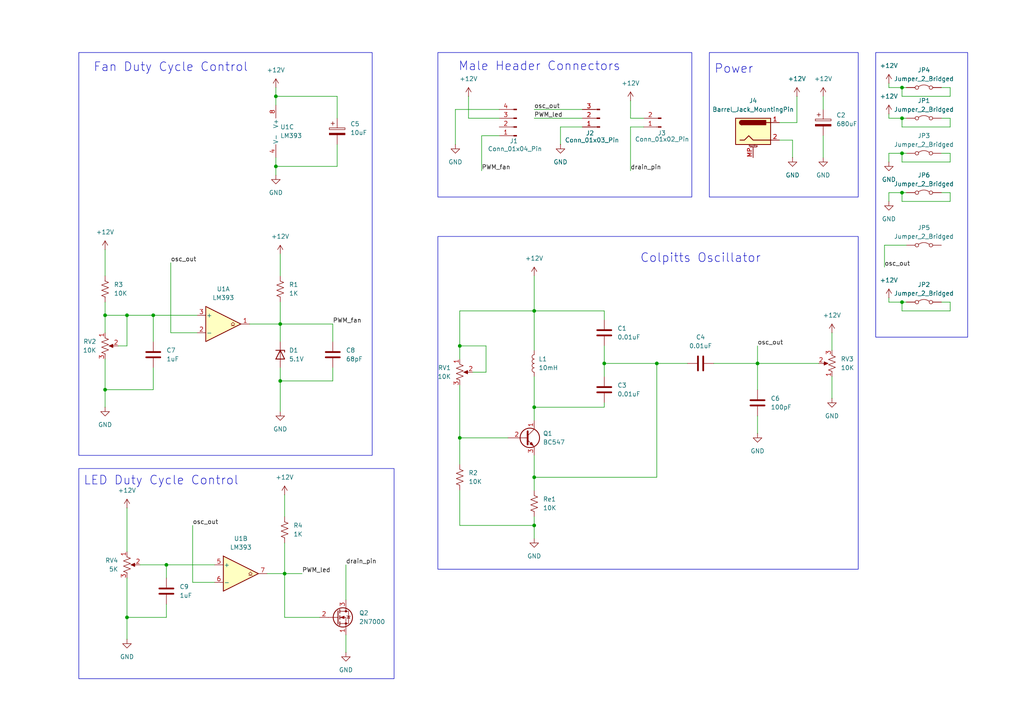
<source format=kicad_sch>
(kicad_sch (version 20231120) (generator "eeschema") (generator_version "8.0")
  (paper "A4")
  (lib_symbols
    (symbol "Comparator:LM393" (pin_names (offset 0.127))
      (property "Reference" "U" (at 3.81 3.81 0))
      (property "Value" "LM393" (at 6.35 -3.81 0))
      (symbol "LM393_1_1"
        (polyline (pts (xy -5.08 5.08) (xy 5.08 0) (xy -5.08 -5.08) (xy -5.08 5.08)) (stroke (width 0.254)) (fill (type background)))
        (polyline (pts (xy 3.302 -0.508) (xy 2.794 -0.508) (xy 3.302 0) (xy 2.794 0.508) (xy 2.286 0) (xy 2.794 -0.508) (xy 2.286 -0.508)) (stroke (width 0.127)))
        (pin open_collector line (at 7.62 0 180) (length 2.54) (name "~") (number "1"))
        (pin input line (at -7.62 -2.54 0) (length 2.54) (name "-") (number "2"))
        (pin input line (at -7.62 2.54 0) (length 2.54) (name "+") (number "3"))
      )
      (symbol "LM393_2_1"
        (polyline (pts (xy -5.08 5.08) (xy 5.08 0) (xy -5.08 -5.08) (xy -5.08 5.08)) (stroke (width 0.254)) (fill (type background)))
        (polyline (pts (xy 3.302 -0.508) (xy 2.794 -0.508) (xy 3.302 0) (xy 2.794 0.508) (xy 2.286 0) (xy 2.794 -0.508) (xy 2.286 -0.508)) (stroke (width 0.127)))
        (pin input line (at -7.62 2.54 0) (length 2.54) (name "+") (number "5"))
        (pin input line (at -7.62 -2.54 0) (length 2.54) (name "-") (number "6"))
        (pin open_collector line (at 7.62 0 180) (length 2.54) (name "~") (number "7"))
      )
      (symbol "LM393_3_1"
        (pin power_in line (at -2.54 -7.62 90) (length 3.81) (name "V-") (number "4"))
        (pin power_in line (at -2.54 7.62 270) (length 3.81) (name "V+") (number "8"))
      )
    )
    (symbol "Connector:Barrel_Jack_MountingPin" (pin_names hide)
      (property "Reference" "J" (at 0 5.334 0))
      (property "Value" "Barrel_Jack_MountingPin" (at 1.27 -6.35 0))
      (symbol "Barrel_Jack_MountingPin_0_1"
        (rectangle (start -5.08 3.81) (end 5.08 -3.81) (stroke (width 0.254)) (fill (type background)))
        (arc (start -3.302 3.175) (mid -3.9343 2.54) (end -3.302 1.905) (stroke (width 0.254)))
        (arc (start -3.302 3.175) (mid -3.9343 2.54) (end -3.302 1.905) (stroke (width 0.254)) (fill (type outline)))
        (polyline (pts (xy 5.08 2.54) (xy 3.81 2.54)) (stroke (width 0.254)))
        (polyline (pts (xy -3.81 -2.54) (xy -2.54 -2.54) (xy -1.27 -1.27) (xy 0 -2.54) (xy 2.54 -2.54) (xy 5.08 -2.54)) (stroke (width 0.254)))
        (rectangle (start 3.683 3.175) (end -3.302 1.905) (stroke (width 0.254)) (fill (type outline)))
      )
      (symbol "Barrel_Jack_MountingPin_1_1"
        (polyline (pts (xy -1.016 -4.572) (xy 1.016 -4.572)) (stroke (width 0.1524)))
        (text "Mounting" (at 0 -4.191 0) (effects (font (size 0.381 0.381))))
        (pin passive line (at 7.62 2.54 180) (length 2.54) (name "~") (number "1"))
        (pin passive line (at 7.62 -2.54 180) (length 2.54) (name "~") (number "2"))
        (pin passive line (at 0 -7.62 90) (length 3.048) (name "MountPin") (number "MP"))
      )
    )
    (symbol "Connector:Conn_01x02_Pin" (pin_names (offset 1.016) hide)
      (property "Reference" "J" (at 0 2.54 0))
      (property "Value" "Conn_01x02_Pin" (at 0 -5.08 0))
      (symbol "Conn_01x02_Pin_1_1"
        (polyline (pts (xy 1.27 -2.54) (xy 0.8636 -2.54)) (stroke (width 0.1524)))
        (polyline (pts (xy 1.27 0) (xy 0.8636 0)) (stroke (width 0.1524)))
        (rectangle (start 0.8636 -2.413) (end 0 -2.667) (stroke (width 0.1524)) (fill (type outline)))
        (rectangle (start 0.8636 0.127) (end 0 -0.127) (stroke (width 0.1524)) (fill (type outline)))
        (pin passive line (at 5.08 0 180) (length 3.81) (name "Pin_1") (number "1"))
        (pin passive line (at 5.08 -2.54 180) (length 3.81) (name "Pin_2") (number "2"))
      )
    )
    (symbol "Connector:Conn_01x03_Pin" (pin_names (offset 1.016) hide)
      (property "Reference" "J" (at 0 5.08 0))
      (property "Value" "Conn_01x03_Pin" (at 0 -5.08 0))
      (symbol "Conn_01x03_Pin_1_1"
        (polyline (pts (xy 1.27 -2.54) (xy 0.8636 -2.54)) (stroke (width 0.1524)))
        (polyline (pts (xy 1.27 0) (xy 0.8636 0)) (stroke (width 0.1524)))
        (polyline (pts (xy 1.27 2.54) (xy 0.8636 2.54)) (stroke (width 0.1524)))
        (rectangle (start 0.8636 -2.413) (end 0 -2.667) (stroke (width 0.1524)) (fill (type outline)))
        (rectangle (start 0.8636 0.127) (end 0 -0.127) (stroke (width 0.1524)) (fill (type outline)))
        (rectangle (start 0.8636 2.667) (end 0 2.413) (stroke (width 0.1524)) (fill (type outline)))
        (pin passive line (at 5.08 2.54 180) (length 3.81) (name "Pin_1") (number "1"))
        (pin passive line (at 5.08 0 180) (length 3.81) (name "Pin_2") (number "2"))
        (pin passive line (at 5.08 -2.54 180) (length 3.81) (name "Pin_3") (number "3"))
      )
    )
    (symbol "Connector:Conn_01x04_Pin" (pin_names (offset 1.016) hide)
      (property "Reference" "J" (at 0 5.08 0))
      (property "Value" "Conn_01x04_Pin" (at 0 -7.62 0))
      (symbol "Conn_01x04_Pin_1_1"
        (polyline (pts (xy 1.27 -5.08) (xy 0.8636 -5.08)) (stroke (width 0.1524)))
        (polyline (pts (xy 1.27 -2.54) (xy 0.8636 -2.54)) (stroke (width 0.1524)))
        (polyline (pts (xy 1.27 0) (xy 0.8636 0)) (stroke (width 0.1524)))
        (polyline (pts (xy 1.27 2.54) (xy 0.8636 2.54)) (stroke (width 0.1524)))
        (rectangle (start 0.8636 -4.953) (end 0 -5.207) (stroke (width 0.1524)) (fill (type outline)))
        (rectangle (start 0.8636 -2.413) (end 0 -2.667) (stroke (width 0.1524)) (fill (type outline)))
        (rectangle (start 0.8636 0.127) (end 0 -0.127) (stroke (width 0.1524)) (fill (type outline)))
        (rectangle (start 0.8636 2.667) (end 0 2.413) (stroke (width 0.1524)) (fill (type outline)))
        (pin passive line (at 5.08 2.54 180) (length 3.81) (name "Pin_1") (number "1"))
        (pin passive line (at 5.08 0 180) (length 3.81) (name "Pin_2") (number "2"))
        (pin passive line (at 5.08 -2.54 180) (length 3.81) (name "Pin_3") (number "3"))
        (pin passive line (at 5.08 -5.08 180) (length 3.81) (name "Pin_4") (number "4"))
      )
    )
    (symbol "Device:C" (pin_numbers hide) (pin_names (offset 0.254))
      (property "Reference" "C" (at 0.635 2.54 0))
      (property "Value" "C" (at 0.635 -2.54 0))
      (symbol "C_0_1"
        (polyline (pts (xy -2.032 -0.762) (xy 2.032 -0.762)) (stroke (width 0.508)))
        (polyline (pts (xy -2.032 0.762) (xy 2.032 0.762)) (stroke (width 0.508)))
      )
      (symbol "C_1_1"
        (pin passive line (at 0 3.81 270) (length 2.794) (name "~") (number "1"))
        (pin passive line (at 0 -3.81 90) (length 2.794) (name "~") (number "2"))
      )
    )
    (symbol "Device:C_Polarized" (pin_numbers hide) (pin_names (offset 0.254))
      (property "Reference" "C" (at 0.635 2.54 0))
      (property "Value" "C_Polarized" (at 0.635 -2.54 0))
      (symbol "C_Polarized_0_1"
        (rectangle (start -2.286 0.508) (end 2.286 1.016))
        (polyline (pts (xy -1.778 2.286) (xy -0.762 2.286)))
        (polyline (pts (xy -1.27 2.794) (xy -1.27 1.778)))
        (rectangle (start 2.286 -0.508) (end -2.286 -1.016) (fill (type outline)))
      )
      (symbol "C_Polarized_1_1"
        (pin passive line (at 0 3.81 270) (length 2.794) (name "~") (number "1"))
        (pin passive line (at 0 -3.81 90) (length 2.794) (name "~") (number "2"))
      )
    )
    (symbol "Device:D_Zener" (pin_numbers hide) (pin_names (offset 1.016) hide)
      (property "Reference" "D" (at 0 2.54 0))
      (property "Value" "D_Zener" (at 0 -2.54 0))
      (symbol "D_Zener_0_1"
        (polyline (pts (xy 1.27 0) (xy -1.27 0)))
        (polyline (pts (xy -1.27 -1.27) (xy -1.27 1.27) (xy -0.762 1.27)) (stroke (width 0.254)))
        (polyline (pts (xy 1.27 -1.27) (xy 1.27 1.27) (xy -1.27 0) (xy 1.27 -1.27)) (stroke (width 0.254)))
      )
      (symbol "D_Zener_1_1"
        (pin passive line (at -3.81 0 0) (length 2.54) (name "K") (number "1"))
        (pin passive line (at 3.81 0 180) (length 2.54) (name "A") (number "2"))
      )
    )
    (symbol "Device:L" (pin_numbers hide) (pin_names (offset 1.016) hide)
      (property "Reference" "L" (at -1.27 0 90))
      (property "Value" "L" (at 1.905 0 90))
      (symbol "L_0_1"
        (arc (start 0 -2.54) (mid 0.6323 -1.905) (end 0 -1.27))
        (arc (start 0 -1.27) (mid 0.6323 -0.635) (end 0 0))
        (arc (start 0 0) (mid 0.6323 0.635) (end 0 1.27))
        (arc (start 0 1.27) (mid 0.6323 1.905) (end 0 2.54))
      )
      (symbol "L_1_1"
        (pin passive line (at 0 3.81 270) (length 1.27) (name "1") (number "1"))
        (pin passive line (at 0 -3.81 90) (length 1.27) (name "2") (number "2"))
      )
    )
    (symbol "Device:R_Potentiometer_US" (pin_names (offset 1.016) hide)
      (property "Reference" "RV" (at -4.445 0 90))
      (property "Value" "R_Potentiometer_US" (at -2.54 0 90))
      (symbol "R_Potentiometer_US_0_1"
        (polyline (pts (xy 0 -2.286) (xy 0 -2.54)))
        (polyline (pts (xy 0 2.54) (xy 0 2.286)))
        (polyline (pts (xy 2.54 0) (xy 1.524 0)))
        (polyline (pts (xy 1.143 0) (xy 2.286 0.508) (xy 2.286 -0.508) (xy 1.143 0)) (fill (type outline)))
        (polyline (pts (xy 0 -0.762) (xy 1.016 -1.143) (xy 0 -1.524) (xy -1.016 -1.905) (xy 0 -2.286)))
        (polyline (pts (xy 0 0.762) (xy 1.016 0.381) (xy 0 0) (xy -1.016 -0.381) (xy 0 -0.762)))
        (polyline (pts (xy 0 2.286) (xy 1.016 1.905) (xy 0 1.524) (xy -1.016 1.143) (xy 0 0.762)))
      )
      (symbol "R_Potentiometer_US_1_1"
        (pin passive line (at 0 3.81 270) (length 1.27) (name "1") (number "1"))
        (pin passive line (at 3.81 0 180) (length 1.27) (name "2") (number "2"))
        (pin passive line (at 0 -3.81 90) (length 1.27) (name "3") (number "3"))
      )
    )
    (symbol "Device:R_US" (pin_numbers hide) (pin_names (offset 0))
      (property "Reference" "R" (at 2.54 0 90))
      (property "Value" "R_US" (at -2.54 0 90))
      (symbol "R_US_0_1"
        (polyline (pts (xy 0 -2.286) (xy 0 -2.54)))
        (polyline (pts (xy 0 2.286) (xy 0 2.54)))
        (polyline (pts (xy 0 -0.762) (xy 1.016 -1.143) (xy 0 -1.524) (xy -1.016 -1.905) (xy 0 -2.286)))
        (polyline (pts (xy 0 0.762) (xy 1.016 0.381) (xy 0 0) (xy -1.016 -0.381) (xy 0 -0.762)))
        (polyline (pts (xy 0 2.286) (xy 1.016 1.905) (xy 0 1.524) (xy -1.016 1.143) (xy 0 0.762)))
      )
      (symbol "R_US_1_1"
        (pin passive line (at 0 3.81 270) (length 1.27) (name "~") (number "1"))
        (pin passive line (at 0 -3.81 90) (length 1.27) (name "~") (number "2"))
      )
    )
    (symbol "Jumper:Jumper_2_Bridged" (pin_numbers hide) (pin_names (offset 0) hide) (exclude_from_sim yes)
      (property "Reference" "JP" (at 0 1.905 0))
      (property "Value" "Jumper_2_Bridged" (at 0 -2.54 0))
      (symbol "Jumper_2_Bridged_0_0"
        (circle (center -2.032 0) (radius 0.508))
        (circle (center 2.032 0) (radius 0.508))
      )
      (symbol "Jumper_2_Bridged_0_1"
        (arc (start 1.524 0.254) (mid 0 0.762) (end -1.524 0.254))
      )
      (symbol "Jumper_2_Bridged_1_1"
        (pin passive line (at -5.08 0 0) (length 2.54) (name "A") (number "1"))
        (pin passive line (at 5.08 0 180) (length 2.54) (name "B") (number "2"))
      )
    )
    (symbol "Transistor_BJT:BC547" (pin_names (offset 0) hide)
      (property "Reference" "Q" (at 5.08 1.905 0))
      (property "Value" "BC547" (at 5.08 0 0))
      (symbol "BC547_0_1"
        (polyline (pts (xy 0 0) (xy 0.635 0)))
        (polyline (pts (xy 0.635 0.635) (xy 2.54 2.54)))
        (polyline (pts (xy 0.635 -0.635) (xy 2.54 -2.54) (xy 2.54 -2.54)))
        (polyline (pts (xy 0.635 1.905) (xy 0.635 -1.905) (xy 0.635 -1.905)) (stroke (width 0.508)))
        (polyline (pts (xy 1.27 -1.778) (xy 1.778 -1.27) (xy 2.286 -2.286) (xy 1.27 -1.778) (xy 1.27 -1.778)) (fill (type outline)))
        (circle (center 1.27 0) (radius 2.8194) (stroke (width 0.254)))
      )
      (symbol "BC547_1_1"
        (pin passive line (at 2.54 5.08 270) (length 2.54) (name "C") (number "1"))
        (pin input line (at -5.08 0 0) (length 5.08) (name "B") (number "2"))
        (pin passive line (at 2.54 -5.08 90) (length 2.54) (name "E") (number "3"))
      )
    )
    (symbol "Transistor_FET:2N7000" (pin_names hide)
      (property "Reference" "Q" (at 5.08 1.905 0))
      (property "Value" "2N7000" (at 5.08 0 0))
      (symbol "2N7000_0_1"
        (polyline (pts (xy 0.254 0) (xy -2.54 0)))
        (polyline (pts (xy 0.254 1.905) (xy 0.254 -1.905)) (stroke (width 0.254)))
        (polyline (pts (xy 0.762 -1.27) (xy 0.762 -2.286)) (stroke (width 0.254)))
        (polyline (pts (xy 0.762 0.508) (xy 0.762 -0.508)) (stroke (width 0.254)))
        (polyline (pts (xy 0.762 2.286) (xy 0.762 1.27)) (stroke (width 0.254)))
        (polyline (pts (xy 2.54 2.54) (xy 2.54 1.778)))
        (polyline (pts (xy 2.54 -2.54) (xy 2.54 0) (xy 0.762 0)))
        (polyline (pts (xy 0.762 -1.778) (xy 3.302 -1.778) (xy 3.302 1.778) (xy 0.762 1.778)))
        (polyline (pts (xy 1.016 0) (xy 2.032 0.381) (xy 2.032 -0.381) (xy 1.016 0)) (fill (type outline)))
        (polyline (pts (xy 2.794 0.508) (xy 2.921 0.381) (xy 3.683 0.381) (xy 3.81 0.254)))
        (polyline (pts (xy 3.302 0.381) (xy 2.921 -0.254) (xy 3.683 -0.254) (xy 3.302 0.381)))
        (circle (center 1.651 0) (radius 2.794) (stroke (width 0.254)))
        (circle (center 2.54 -1.778) (radius 0.254) (fill (type outline)))
        (circle (center 2.54 1.778) (radius 0.254) (fill (type outline)))
      )
      (symbol "2N7000_1_1"
        (pin passive line (at 2.54 -5.08 90) (length 2.54) (name "S") (number "1"))
        (pin input line (at -5.08 0 0) (length 2.54) (name "G") (number "2"))
        (pin passive line (at 2.54 5.08 270) (length 2.54) (name "D") (number "3"))
      )
    )
    (symbol "power:+12V" (power) (pin_numbers hide) (pin_names (offset 0) hide)
      (property "Value" "+12V" (at 0 3.556 0))
      (symbol "+12V_0_1"
        (polyline (pts (xy -0.762 1.27) (xy 0 2.54)))
        (polyline (pts (xy 0 0) (xy 0 2.54)))
        (polyline (pts (xy 0 2.54) (xy 0.762 1.27)))
      )
      (symbol "+12V_1_1"
        (pin power_in line (at 0 0 90) (length 0) (name "~") (number "1"))
      )
    )
    (symbol "power:GND" (power) (pin_numbers hide) (pin_names (offset 0) hide)
      (property "Value" "GND" (at 0 -3.81 0))
      (symbol "GND_0_1"
        (polyline (pts (xy 0 0) (xy 0 -1.27) (xy 1.27 -1.27) (xy 0 -2.54) (xy -1.27 -1.27) (xy 0 -1.27)))
      )
      (symbol "GND_1_1"
        (pin power_in line (at 0 0 270) (length 0) (name "~") (number "1"))
      )
    )
  )
  (junction (at 175.26 105.41))
  (junction (at 81.28 93.98))
  (junction (at 82.55 166.37))
  (junction (at 154.94 90.17))
  (junction (at 154.94 138.43))
  (junction (at 36.83 91.44))
  (junction (at 261.62 34.29))
  (junction (at 80.01 27.94))
  (junction (at 36.83 179.07))
  (junction (at 219.71 105.41))
  (junction (at 154.94 118.11))
  (junction (at 44.45 91.44))
  (junction (at 261.62 87.63))
  (junction (at 154.94 152.4))
  (junction (at 48.26 163.83))
  (junction (at 30.48 113.03))
  (junction (at 81.28 110.49))
  (junction (at 261.62 25.4))
  (junction (at 261.62 55.88))
  (junction (at 261.62 44.45))
  (junction (at 80.01 48.26))
  (junction (at 190.5 105.41))
  (junction (at 133.35 127))
  (junction (at 133.35 100.33))
  (junction (at 30.48 91.44))
  (wire (pts (xy 257.81 86.36) (xy 257.81 87.63)))
  (wire (pts (xy 97.79 41.91) (xy 97.79 48.26)))
  (wire (pts (xy 144.78 39.37) (xy 139.7 39.37)))
  (wire (pts (xy 30.48 113.03) (xy 30.48 118.11)))
  (wire (pts (xy 219.71 105.41) (xy 219.71 113.03)))
  (wire (pts (xy 49.53 76.2) (xy 49.53 96.52)))
  (wire (pts (xy 82.55 157.48) (xy 82.55 166.37)))
  (wire (pts (xy 261.62 25.4) (xy 262.89 25.4)))
  (wire (pts (xy 257.81 44.45) (xy 257.81 46.99)))
  (wire (pts (xy 238.76 39.37) (xy 238.76 45.72)))
  (wire (pts (xy 273.05 34.29) (xy 275.59 34.29)))
  (wire (pts (xy 238.76 27.94) (xy 238.76 31.75)))
  (wire (pts (xy 275.59 44.45) (xy 275.59 46.99)))
  (wire (pts (xy 81.28 73.66) (xy 81.28 80.01)))
  (wire (pts (xy 96.52 110.49) (xy 81.28 110.49)))
  (wire (pts (xy 97.79 48.26) (xy 80.01 48.26)))
  (wire (pts (xy 256.54 71.12) (xy 256.54 77.47)))
  (wire (pts (xy 275.59 25.4) (xy 275.59 27.94)))
  (wire (pts (xy 96.52 106.68) (xy 96.52 110.49)))
  (wire (pts (xy 154.94 149.86) (xy 154.94 152.4)))
  (wire (pts (xy 81.28 87.63) (xy 81.28 93.98)))
  (wire (pts (xy 275.59 55.88) (xy 275.59 58.42)))
  (wire (pts (xy 190.5 105.41) (xy 199.39 105.41)))
  (wire (pts (xy 261.62 34.29) (xy 262.89 34.29)))
  (wire (pts (xy 133.35 127) (xy 133.35 134.62)))
  (wire (pts (xy 36.83 100.33) (xy 36.83 91.44)))
  (wire (pts (xy 80.01 48.26) (xy 80.01 50.8)))
  (wire (pts (xy 36.83 91.44) (xy 44.45 91.44)))
  (wire (pts (xy 48.26 163.83) (xy 48.26 167.64)))
  (wire (pts (xy 273.05 87.63) (xy 275.59 87.63)))
  (wire (pts (xy 175.26 90.17) (xy 175.26 92.71)))
  (wire (pts (xy 96.52 93.98) (xy 96.52 99.06)))
  (wire (pts (xy 231.14 35.56) (xy 231.14 27.94)))
  (wire (pts (xy 257.81 33.02) (xy 257.81 34.29)))
  (wire (pts (xy 219.71 120.65) (xy 219.71 125.73)))
  (wire (pts (xy 275.59 34.29) (xy 275.59 36.83)))
  (wire (pts (xy 275.59 36.83) (xy 261.62 36.83)))
  (wire (pts (xy 135.89 34.29) (xy 135.89 27.94)))
  (wire (pts (xy 34.29 100.33) (xy 36.83 100.33)))
  (wire (pts (xy 30.48 91.44) (xy 30.48 96.52)))
  (wire (pts (xy 80.01 25.4) (xy 80.01 27.94)))
  (wire (pts (xy 190.5 138.43) (xy 154.94 138.43)))
  (wire (pts (xy 175.26 100.33) (xy 175.26 105.41)))
  (wire (pts (xy 261.62 58.42) (xy 261.62 55.88)))
  (wire (pts (xy 162.56 36.83) (xy 168.91 36.83)))
  (wire (pts (xy 261.62 55.88) (xy 262.89 55.88)))
  (wire (pts (xy 207.01 105.41) (xy 219.71 105.41)))
  (wire (pts (xy 257.81 55.88) (xy 257.81 58.42)))
  (wire (pts (xy 175.26 105.41) (xy 175.26 109.22)))
  (wire (pts (xy 261.62 87.63) (xy 262.89 87.63)))
  (wire (pts (xy 97.79 27.94) (xy 80.01 27.94)))
  (wire (pts (xy 81.28 110.49) (xy 81.28 119.38)))
  (wire (pts (xy 261.62 27.94) (xy 261.62 25.4)))
  (wire (pts (xy 140.97 107.95) (xy 140.97 100.33)))
  (wire (pts (xy 133.35 127) (xy 147.32 127)))
  (wire (pts (xy 44.45 91.44) (xy 57.15 91.44)))
  (wire (pts (xy 257.81 25.4) (xy 261.62 25.4)))
  (wire (pts (xy 229.87 40.64) (xy 229.87 45.72)))
  (wire (pts (xy 154.94 138.43) (xy 154.94 142.24)))
  (wire (pts (xy 226.06 35.56) (xy 231.14 35.56)))
  (wire (pts (xy 82.55 143.51) (xy 82.55 149.86)))
  (wire (pts (xy 154.94 121.92) (xy 154.94 118.11)))
  (wire (pts (xy 137.16 107.95) (xy 140.97 107.95)))
  (wire (pts (xy 182.88 36.83) (xy 182.88 49.53)))
  (wire (pts (xy 49.53 96.52) (xy 57.15 96.52)))
  (wire (pts (xy 40.64 163.83) (xy 48.26 163.83)))
  (wire (pts (xy 257.81 44.45) (xy 261.62 44.45)))
  (wire (pts (xy 275.59 46.99) (xy 261.62 46.99)))
  (wire (pts (xy 257.81 24.13) (xy 257.81 25.4)))
  (wire (pts (xy 273.05 55.88) (xy 275.59 55.88)))
  (wire (pts (xy 100.33 184.15) (xy 100.33 189.23)))
  (wire (pts (xy 44.45 113.03) (xy 30.48 113.03)))
  (wire (pts (xy 30.48 72.39) (xy 30.48 80.01)))
  (wire (pts (xy 80.01 27.94) (xy 80.01 30.48)))
  (wire (pts (xy 226.06 40.64) (xy 229.87 40.64)))
  (wire (pts (xy 82.55 166.37) (xy 87.63 166.37)))
  (wire (pts (xy 100.33 163.83) (xy 100.33 173.99)))
  (wire (pts (xy 275.59 90.17) (xy 261.62 90.17)))
  (wire (pts (xy 133.35 111.76) (xy 133.35 127)))
  (wire (pts (xy 275.59 58.42) (xy 261.62 58.42)))
  (wire (pts (xy 261.62 46.99) (xy 261.62 44.45)))
  (wire (pts (xy 132.08 31.75) (xy 132.08 41.91)))
  (wire (pts (xy 175.26 118.11) (xy 154.94 118.11)))
  (wire (pts (xy 144.78 31.75) (xy 132.08 31.75)))
  (wire (pts (xy 219.71 100.33) (xy 219.71 105.41)))
  (wire (pts (xy 81.28 93.98) (xy 81.28 99.06)))
  (wire (pts (xy 55.88 152.4) (xy 55.88 168.91)))
  (wire (pts (xy 144.78 34.29) (xy 135.89 34.29)))
  (wire (pts (xy 257.81 87.63) (xy 261.62 87.63)))
  (wire (pts (xy 97.79 34.29) (xy 97.79 27.94)))
  (wire (pts (xy 62.23 168.91) (xy 55.88 168.91)))
  (wire (pts (xy 175.26 116.84) (xy 175.26 118.11)))
  (wire (pts (xy 175.26 105.41) (xy 190.5 105.41)))
  (wire (pts (xy 77.47 166.37) (xy 82.55 166.37)))
  (wire (pts (xy 133.35 142.24) (xy 133.35 152.4)))
  (wire (pts (xy 262.89 71.12) (xy 256.54 71.12)))
  (wire (pts (xy 154.94 118.11) (xy 154.94 109.22)))
  (wire (pts (xy 133.35 100.33) (xy 133.35 90.17)))
  (wire (pts (xy 133.35 90.17) (xy 154.94 90.17)))
  (wire (pts (xy 182.88 36.83) (xy 186.69 36.83)))
  (wire (pts (xy 219.71 105.41) (xy 237.49 105.41)))
  (wire (pts (xy 48.26 179.07) (xy 36.83 179.07)))
  (wire (pts (xy 81.28 93.98) (xy 72.39 93.98)))
  (wire (pts (xy 139.7 39.37) (xy 139.7 49.53)))
  (wire (pts (xy 275.59 27.94) (xy 261.62 27.94)))
  (wire (pts (xy 261.62 36.83) (xy 261.62 34.29)))
  (wire (pts (xy 154.94 34.29) (xy 168.91 34.29)))
  (wire (pts (xy 36.83 179.07) (xy 36.83 167.64)))
  (wire (pts (xy 273.05 25.4) (xy 275.59 25.4)))
  (wire (pts (xy 44.45 91.44) (xy 44.45 99.06)))
  (wire (pts (xy 154.94 101.6) (xy 154.94 90.17)))
  (wire (pts (xy 186.69 34.29) (xy 182.88 34.29)))
  (wire (pts (xy 48.26 163.83) (xy 62.23 163.83)))
  (wire (pts (xy 154.94 132.08) (xy 154.94 138.43)))
  (wire (pts (xy 261.62 44.45) (xy 262.89 44.45)))
  (wire (pts (xy 30.48 104.14) (xy 30.48 113.03)))
  (wire (pts (xy 80.01 45.72) (xy 80.01 48.26)))
  (wire (pts (xy 257.81 34.29) (xy 261.62 34.29)))
  (wire (pts (xy 273.05 44.45) (xy 275.59 44.45)))
  (wire (pts (xy 154.94 80.01) (xy 154.94 90.17)))
  (wire (pts (xy 261.62 90.17) (xy 261.62 87.63)))
  (wire (pts (xy 36.83 91.44) (xy 30.48 91.44)))
  (wire (pts (xy 154.94 90.17) (xy 175.26 90.17)))
  (wire (pts (xy 275.59 87.63) (xy 275.59 90.17)))
  (wire (pts (xy 257.81 55.88) (xy 261.62 55.88)))
  (wire (pts (xy 182.88 34.29) (xy 182.88 29.21)))
  (wire (pts (xy 162.56 41.91) (xy 162.56 36.83)))
  (wire (pts (xy 190.5 105.41) (xy 190.5 138.43)))
  (wire (pts (xy 168.91 31.75) (xy 154.94 31.75)))
  (wire (pts (xy 92.71 179.07) (xy 82.55 179.07)))
  (wire (pts (xy 36.83 185.42) (xy 36.83 179.07)))
  (wire (pts (xy 81.28 106.68) (xy 81.28 110.49)))
  (wire (pts (xy 140.97 100.33) (xy 133.35 100.33)))
  (wire (pts (xy 241.3 109.22) (xy 241.3 115.57)))
  (wire (pts (xy 241.3 96.52) (xy 241.3 101.6)))
  (wire (pts (xy 133.35 152.4) (xy 154.94 152.4)))
  (wire (pts (xy 30.48 87.63) (xy 30.48 91.44)))
  (wire (pts (xy 82.55 179.07) (xy 82.55 166.37)))
  (wire (pts (xy 154.94 152.4) (xy 154.94 156.21)))
  (wire (pts (xy 81.28 93.98) (xy 96.52 93.98)))
  (wire (pts (xy 36.83 147.32) (xy 36.83 160.02)))
  (wire (pts (xy 133.35 100.33) (xy 133.35 104.14)))
  (wire (pts (xy 44.45 106.68) (xy 44.45 113.03)))
  (wire (pts (xy 48.26 175.26) (xy 48.26 179.07)))
  (rectangle (start 22.86 15.24) (end 107.95 132.08))
  (rectangle (start 127 68.58) (end 248.92 165.1))
  (rectangle (start 205.74 15.24) (end 248.92 57.15))
  (rectangle (start 22.86 135.89) (end 114.3 196.85))
  (rectangle (start 254 15.24) (end 280.67 97.79))
  (rectangle (start 127 15.24) (end 200.66 57.15))
  (text "Power" (at 212.852 20.066 0) (effects (font (size 2.54 2.54))))
  (text "Fan Duty Cycle Control" (at 49.53 19.558 0) (effects (font (size 2.54 2.54))))
  (text "Male Header Connectors\n" (at 156.464 19.304 0) (effects (font (size 2.54 2.54))))
  (text "LED Duty Cycle Control" (at 46.736 139.446 0) (effects (font (size 2.54 2.54))))
  (text "Colpitts Oscillator" (at 203.2 74.93 0) (effects (font (size 2.54 2.54))))
  (label "osc_out" (at 256.54 77.47 0))
  (label "osc_out" (at 219.71 100.33 0))
  (label "PWM_fan" (at 139.7 49.53 0))
  (label "osc_out" (at 55.88 152.4 0))
  (label "osc_out" (at 154.94 31.75 0))
  (label "drain_pin" (at 100.33 163.83 0))
  (label "PWM_led" (at 87.63 166.37 0))
  (label "osc_out" (at 49.53 76.2 0))
  (label "drain_pin" (at 182.88 49.53 0))
  (label "PWM_fan" (at 96.52 93.98 0))
  (label "PWM_led" (at 154.94 34.29 0))
  (symbol (lib_id "power:GND") (at 219.71 125.73 0) (unit 1)
    (property "Reference" "#PWR013" (effects (hide yes)))
    (property "Value" "GND" (at 219.71 130.81 0))
    (property "Description" "Power symbol creates a global label with name \"GND\" , ground" (effects (hide yes)))
  )
  (symbol (lib_id "Device:R_US") (at 30.48 83.82 180) (unit 1)
    (property "Reference" "R3" (at 33.02 82.5499 0) (effects (justify right)))
    (property "Value" "10K" (at 33.02 85.0899 0) (effects (justify right)))
    (property "Footprint" "Resistor_THT:R_Axial_DIN0207_L6.3mm_D2.5mm_P7.62mm_Horizontal" (effects (hide yes)))
    (property "Description" "Resistor, US symbol" (effects (hide yes)))
  )
  (symbol (lib_id "Comparator:LM393") (at 69.85 166.37 0) (unit 2)
    (property "Reference" "U1" (at 69.85 156.21 0))
    (property "Value" "LM393" (at 69.85 158.75 0))
    (property "Footprint" "Package_DIP:DIP-8_W7.62mm" (effects (hide yes)))
    (property "Datasheet" "http://www.ti.com/lit/ds/symlink/lm393.pdf" (effects (hide yes)))
    (property "Description" "Low-Power, Low-Offset Voltage, Dual Comparators, DIP-8/SOIC-8/TO-99-8" (effects (hide yes)))
  )
  (symbol (lib_id "Jumper:Jumper_2_Bridged") (at 267.97 34.29 0) (unit 1) (exclude_from_sim yes)
    (property "Reference" "JP1" (at 267.97 29.21 0))
    (property "Value" "Jumper_2_Bridged" (at 267.97 31.75 0))
    (property "Footprint" "TestPoint:TestPoint_Bridge_Pitch5.08mm_Drill0.7mm" (effects (hide yes)))
    (property "Description" "Jumper, 2-pole, closed/bridged" (effects (hide yes)))
  )
  (symbol (lib_id "power:GND") (at 30.48 118.11 0) (unit 1)
    (property "Reference" "#PWR010" (effects (hide yes)))
    (property "Value" "GND" (at 30.48 123.19 0))
    (property "Description" "Power symbol creates a global label with name \"GND\" , ground" (effects (hide yes)))
  )
  (symbol (lib_id "power:GND") (at 238.76 45.72 0) (unit 1)
    (property "Reference" "#PWR06" (effects (hide yes)))
    (property "Value" "GND" (at 238.76 50.8 0))
    (property "Description" "Power symbol creates a global label with name \"GND\" , ground" (effects (hide yes)))
  )
  (symbol (lib_id "power:GND") (at 162.56 41.91 0) (unit 1)
    (property "Reference" "#PWR018" (effects (hide yes)))
    (property "Value" "GND" (at 162.56 46.99 0))
    (property "Description" "Power symbol creates a global label with name \"GND\" , ground" (effects (hide yes)))
  )
  (symbol (lib_id "Device:L") (at 154.94 105.41 180) (unit 1)
    (property "Reference" "L1" (at 156.21 104.1399 0) (effects (justify right)))
    (property "Value" "10mH" (at 156.21 106.6799 0) (effects (justify right)))
    (property "Footprint" "Inductor_THT:L_Axial_L5.0mm_D3.6mm_P10.00mm_Horizontal_Murata_BL01RN1A2A2" (effects (hide yes)))
    (property "Description" "Inductor" (effects (hide yes)))
  )
  (symbol (lib_id "power:+12V") (at 257.81 33.02 0) (unit 1)
    (property "Reference" "#PWR024" (effects (hide yes)))
    (property "Value" "+12V" (at 257.81 27.94 0))
    (property "Description" "Power symbol creates a global label with name \"+12V\"" (effects (hide yes)))
  )
  (symbol (lib_id "power:+12V") (at 257.81 86.36 0) (unit 1)
    (property "Reference" "#PWR025" (effects (hide yes)))
    (property "Value" "+12V" (at 257.81 81.28 0))
    (property "Description" "Power symbol creates a global label with name \"+12V\"" (effects (hide yes)))
  )
  (symbol (lib_id "power:GND") (at 36.83 185.42 0) (unit 1)
    (property "Reference" "#PWR016" (effects (hide yes)))
    (property "Value" "GND" (at 36.83 190.5 0))
    (property "Description" "Power symbol creates a global label with name \"GND\" , ground" (effects (hide yes)))
  )
  (symbol (lib_id "Device:R_US") (at 133.35 138.43 180) (unit 1)
    (property "Reference" "R2" (at 135.89 137.1599 0) (effects (justify right)))
    (property "Value" "10K" (at 135.89 139.6999 0) (effects (justify right)))
    (property "Footprint" "Resistor_THT:R_Axial_DIN0207_L6.3mm_D2.5mm_P7.62mm_Horizontal" (effects (hide yes)))
    (property "Description" "Resistor, US symbol" (effects (hide yes)))
  )
  (symbol (lib_id "Device:R_Potentiometer_US") (at 241.3 105.41 180) (unit 1)
    (property "Reference" "RV3" (at 243.84 104.1399 0) (effects (justify right)))
    (property "Value" "10K" (at 243.84 106.6799 0) (effects (justify right)))
    (property "Footprint" "Potentiometer_THT:Potentiometer_Piher_PT-10-V05_Vertical" (effects (hide yes)))
    (property "Description" "Potentiometer, US symbol" (effects (hide yes)))
  )
  (symbol (lib_id "Device:R_US") (at 154.94 146.05 180) (unit 1)
    (property "Reference" "Re1" (at 157.48 144.7799 0) (effects (justify right)))
    (property "Value" "10K" (at 157.48 147.3199 0) (effects (justify right)))
    (property "Footprint" "Resistor_THT:R_Axial_DIN0207_L6.3mm_D2.5mm_P7.62mm_Horizontal" (effects (hide yes)))
    (property "Description" "Resistor, US symbol" (effects (hide yes)))
  )
  (symbol (lib_id "Jumper:Jumper_2_Bridged") (at 267.97 87.63 0) (unit 1) (exclude_from_sim yes)
    (property "Reference" "JP2" (at 267.97 82.55 0))
    (property "Value" "Jumper_2_Bridged" (at 267.97 85.09 0))
    (property "Footprint" "TestPoint:TestPoint_Bridge_Pitch7.62mm_Drill1.3mm" (effects (hide yes)))
    (property "Description" "Jumper, 2-pole, closed/bridged" (effects (hide yes)))
  )
  (symbol (lib_id "Transistor_FET:2N7000") (at 97.79 179.07 0) (unit 1)
    (property "Reference" "Q2" (at 104.14 177.7999 0) (effects (justify left)))
    (property "Value" "2N7000" (at 104.14 180.3399 0) (effects (justify left)))
    (property "Footprint" "Package_TO_SOT_THT:TO-92_Inline_Wide" (effects (hide yes)))
    (property "Datasheet" "https://www.vishay.com/docs/70226/70226.pdf" (effects (hide yes)))
    (property "Description" "0.2A Id, 200V Vds, N-Channel MOSFET, 2.6V Logic Level, TO-92" (effects (hide yes)))
  )
  (symbol (lib_id "power:GND") (at 132.08 41.91 0) (unit 1)
    (property "Reference" "#PWR014" (effects (hide yes)))
    (property "Value" "GND" (at 132.08 46.99 0))
    (property "Description" "Power symbol creates a global label with name \"GND\" , ground" (effects (hide yes)))
  )
  (symbol (lib_id "Comparator:LM393") (at 64.77 93.98 0) (unit 1)
    (property "Reference" "U1" (at 64.77 83.82 0))
    (property "Value" "LM393" (at 64.77 86.36 0))
    (property "Footprint" "Package_DIP:DIP-8_W7.62mm" (effects (hide yes)))
    (property "Datasheet" "http://www.ti.com/lit/ds/symlink/lm393.pdf" (effects (hide yes)))
    (property "Description" "Low-Power, Low-Offset Voltage, Dual Comparators, DIP-8/SOIC-8/TO-99-8" (effects (hide yes)))
  )
  (symbol (lib_id "Jumper:Jumper_2_Bridged") (at 267.97 25.4 0) (unit 1) (exclude_from_sim yes)
    (property "Reference" "JP4" (at 267.97 20.32 0))
    (property "Value" "Jumper_2_Bridged" (at 267.97 22.86 0))
    (property "Footprint" "TestPoint:TestPoint_Bridge_Pitch5.08mm_Drill0.7mm" (effects (hide yes)))
    (property "Description" "Jumper, 2-pole, closed/bridged" (effects (hide yes)))
  )
  (symbol (lib_id "Transistor_BJT:BC547") (at 152.4 127 0) (unit 1)
    (property "Reference" "Q1" (at 157.48 125.7299 0) (effects (justify left)))
    (property "Value" "BC547" (at 157.48 128.2699 0) (effects (justify left)))
    (property "Footprint" "Package_TO_SOT_THT:TO-92_Inline_Wide" (effects (hide yes)))
    (property "Datasheet" "https://www.onsemi.com/pub/Collateral/BC550-D.pdf" (effects (hide yes)))
    (property "Description" "0.1A Ic, 45V Vce, Small Signal NPN Transistor, TO-92" (effects (hide yes)))
  )
  (symbol (lib_id "power:+12V") (at 135.89 27.94 0) (unit 1)
    (property "Reference" "#PWR015" (effects (hide yes)))
    (property "Value" "+12V" (at 135.89 22.86 0))
    (property "Description" "Power symbol creates a global label with name \"+12V\"" (effects (hide yes)))
  )
  (symbol (lib_id "Device:C") (at 175.26 96.52 0) (unit 1)
    (property "Reference" "C1" (at 179.07 95.2499 0) (effects (justify left)))
    (property "Value" "0.01uF" (at 179.07 97.7899 0) (effects (justify left)))
    (property "Footprint" "Capacitor_THT:C_Disc_D5.0mm_W2.5mm_P5.00mm" (effects (hide yes)))
    (property "Description" "Unpolarized capacitor" (effects (hide yes)))
  )
  (symbol (lib_id "Device:C_Polarized") (at 97.79 38.1 0) (unit 1)
    (property "Reference" "C5" (at 101.6 35.9409 0) (effects (justify left)))
    (property "Value" "10uF" (at 101.6 38.4809 0) (effects (justify left)))
    (property "Footprint" "Capacitor_THT:C_Disc_D5.0mm_W2.5mm_P5.00mm" (effects (hide yes)))
    (property "Description" "Polarized capacitor" (effects (hide yes)))
  )
  (symbol (lib_id "Connector:Conn_01x03_Pin") (at 173.99 34.29 180) (unit 1)
    (property "Reference" "J2" (at 169.926 38.608 0) (effects (justify right)))
    (property "Value" "Conn_01x03_Pin" (at 163.83 40.64 0) (effects (justify right)))
    (property "Footprint" "Connector_PinHeader_2.54mm:PinHeader_1x03_P2.54mm_Horizontal" (effects (hide yes)))
    (property "Description" "Generic connector, single row, 01x03, script generated" (effects (hide yes)))
  )
  (symbol (lib_id "power:GND") (at 257.81 46.99 0) (unit 1)
    (property "Reference" "#PWR026" (effects (hide yes)))
    (property "Value" "GND" (at 257.81 52.07 0))
    (property "Description" "Power symbol creates a global label with name \"GND\" , ground" (effects (hide yes)))
  )
  (symbol (lib_id "power:GND") (at 80.01 50.8 0) (unit 1)
    (property "Reference" "#PWR04" (effects (hide yes)))
    (property "Value" "GND" (at 80.01 55.88 0))
    (property "Description" "Power symbol creates a global label with name \"GND\" , ground" (effects (hide yes)))
  )
  (symbol (lib_id "Jumper:Jumper_2_Bridged") (at 267.97 55.88 0) (unit 1) (exclude_from_sim yes)
    (property "Reference" "JP6" (at 267.97 50.8 0))
    (property "Value" "Jumper_2_Bridged" (at 267.97 53.34 0))
    (property "Footprint" "TestPoint:TestPoint_Bridge_Pitch5.08mm_Drill0.7mm" (effects (hide yes)))
    (property "Description" "Jumper, 2-pole, closed/bridged" (effects (hide yes)))
  )
  (symbol (lib_id "power:+12V") (at 238.76 27.94 0) (unit 1)
    (property "Reference" "#PWR05" (effects (hide yes)))
    (property "Value" "+12V" (at 238.76 22.86 0))
    (property "Description" "Power symbol creates a global label with name \"+12V\"" (effects (hide yes)))
  )
  (symbol (lib_id "Device:C") (at 175.26 113.03 0) (unit 1)
    (property "Reference" "C3" (at 179.07 111.7599 0) (effects (justify left)))
    (property "Value" "0.01uF" (at 179.07 114.2999 0) (effects (justify left)))
    (property "Footprint" "Capacitor_THT:C_Disc_D5.0mm_W2.5mm_P5.00mm" (effects (hide yes)))
    (property "Description" "Unpolarized capacitor" (effects (hide yes)))
  )
  (symbol (lib_id "power:+12V") (at 80.01 25.4 0) (unit 1)
    (property "Reference" "#PWR03" (effects (hide yes)))
    (property "Value" "+12V" (at 80.01 20.32 0))
    (property "Description" "Power symbol creates a global label with name \"+12V\"" (effects (hide yes)))
  )
  (symbol (lib_id "power:GND") (at 81.28 119.38 0) (unit 1)
    (property "Reference" "#PWR07" (effects (hide yes)))
    (property "Value" "GND" (at 81.28 124.46 0))
    (property "Description" "Power symbol creates a global label with name \"GND\" , ground" (effects (hide yes)))
  )
  (symbol (lib_id "power:+12V") (at 257.81 24.13 0) (unit 1)
    (property "Reference" "#PWR027" (effects (hide yes)))
    (property "Value" "+12V" (at 257.81 19.05 0))
    (property "Description" "Power symbol creates a global label with name \"+12V\"" (effects (hide yes)))
  )
  (symbol (lib_id "power:+12V") (at 154.94 80.01 0) (unit 1)
    (property "Reference" "#PWR02" (effects (hide yes)))
    (property "Value" "+12V" (at 154.94 74.93 0))
    (property "Description" "Power symbol creates a global label with name \"+12V\"" (effects (hide yes)))
  )
  (symbol (lib_id "Device:D_Zener") (at 81.28 102.87 270) (unit 1)
    (property "Reference" "D1" (at 83.82 101.5999 90) (effects (justify left)))
    (property "Value" "5.1V" (at 83.82 104.1399 90) (effects (justify left)))
    (property "Footprint" "Diode_THT:D_A-405_P7.62mm_Horizontal" (effects (hide yes)))
    (property "Description" "Zener diode" (effects (hide yes)))
  )
  (symbol (lib_id "power:GND") (at 100.33 189.23 0) (unit 1)
    (property "Reference" "#PWR020" (effects (hide yes)))
    (property "Value" "GND" (at 100.33 194.31 0))
    (property "Description" "Power symbol creates a global label with name \"GND\" , ground" (effects (hide yes)))
  )
  (symbol (lib_id "power:+12V") (at 81.28 73.66 0) (unit 1)
    (property "Reference" "#PWR08" (effects (hide yes)))
    (property "Value" "+12V" (at 81.28 68.58 0))
    (property "Description" "Power symbol creates a global label with name \"+12V\"" (effects (hide yes)))
  )
  (symbol (lib_id "power:+12V") (at 241.3 96.52 0) (unit 1)
    (property "Reference" "#PWR011" (effects (hide yes)))
    (property "Value" "+12V" (at 241.3 91.44 0))
    (property "Description" "Power symbol creates a global label with name \"+12V\"" (effects (hide yes)))
  )
  (symbol (lib_id "Device:C") (at 48.26 171.45 180) (unit 1)
    (property "Reference" "C9" (at 52.07 170.1799 0) (effects (justify right)))
    (property "Value" "1uF" (at 52.07 172.7199 0) (effects (justify right)))
    (property "Footprint" "Capacitor_THT:C_Disc_D5.0mm_W2.5mm_P5.00mm" (effects (hide yes)))
    (property "Description" "Unpolarized capacitor" (effects (hide yes)))
  )
  (symbol (lib_id "power:+12V") (at 30.48 72.39 0) (unit 1)
    (property "Reference" "#PWR09" (effects (hide yes)))
    (property "Value" "+12V" (at 30.48 67.31 0))
    (property "Description" "Power symbol creates a global label with name \"+12V\"" (effects (hide yes)))
  )
  (symbol (lib_id "Device:C") (at 219.71 116.84 180) (unit 1)
    (property "Reference" "C6" (at 223.52 115.5699 0) (effects (justify right)))
    (property "Value" "100pF" (at 223.52 118.1099 0) (effects (justify right)))
    (property "Footprint" "Capacitor_THT:C_Disc_D5.0mm_W2.5mm_P5.00mm" (effects (hide yes)))
    (property "Description" "Unpolarized capacitor" (effects (hide yes)))
  )
  (symbol (lib_id "Device:C_Polarized") (at 238.76 35.56 0) (unit 1)
    (property "Reference" "C2" (at 242.57 33.4009 0) (effects (justify left)))
    (property "Value" "680uF" (at 242.57 35.9409 0) (effects (justify left)))
    (property "Footprint" "Capacitor_THT:CP_Radial_D7.5mm_P2.50mm" (effects (hide yes)))
    (property "Description" "Polarized capacitor" (effects (hide yes)))
  )
  (symbol (lib_id "Connector:Barrel_Jack_MountingPin") (at 218.44 38.1 0) (unit 1)
    (property "Reference" "J4" (at 218.44 29.21 0))
    (property "Value" "Barrel_Jack_MountingPin" (at 218.44 31.75 0))
    (property "Footprint" "Connector_BarrelJack:BarrelJack_Horizontal" (effects (hide yes)))
    (property "Description" "DC Barrel Jack with a mounting pin" (effects (hide yes)))
  )
  (symbol (lib_id "Device:R_US") (at 82.55 153.67 180) (unit 1)
    (property "Reference" "R4" (at 85.09 152.3999 0) (effects (justify right)))
    (property "Value" "1K" (at 85.09 154.9399 0) (effects (justify right)))
    (property "Footprint" "Resistor_THT:R_Axial_DIN0207_L6.3mm_D2.5mm_P7.62mm_Horizontal" (effects (hide yes)))
    (property "Description" "Resistor, US symbol" (effects (hide yes)))
  )
  (symbol (lib_id "Device:R_Potentiometer_US") (at 133.35 107.95 0) (unit 1)
    (property "Reference" "RV1" (at 130.81 106.6799 0) (effects (justify right)))
    (property "Value" "10K" (at 130.81 109.2199 0) (effects (justify right)))
    (property "Footprint" "Potentiometer_THT:Potentiometer_Piher_PT-10-V05_Vertical" (effects (hide yes)))
    (property "Description" "Potentiometer, US symbol" (effects (hide yes)))
  )
  (symbol (lib_id "power:+12V") (at 82.55 143.51 0) (unit 1)
    (property "Reference" "#PWR019" (effects (hide yes)))
    (property "Value" "+12V" (at 82.55 138.43 0))
    (property "Description" "Power symbol creates a global label with name \"+12V\"" (effects (hide yes)))
  )
  (symbol (lib_id "Jumper:Jumper_2_Bridged") (at 267.97 44.45 0) (unit 1) (exclude_from_sim yes)
    (property "Reference" "JP3" (at 267.97 39.37 0))
    (property "Value" "Jumper_2_Bridged" (at 267.97 41.91 0))
    (property "Footprint" "TestPoint:TestPoint_Bridge_Pitch5.08mm_Drill0.7mm" (effects (hide yes)))
    (property "Description" "Jumper, 2-pole, closed/bridged" (effects (hide yes)))
  )
  (symbol (lib_id "Device:R_US") (at 81.28 83.82 180) (unit 1)
    (property "Reference" "R1" (at 83.82 82.5499 0) (effects (justify right)))
    (property "Value" "1K" (at 83.82 85.0899 0) (effects (justify right)))
    (property "Footprint" "Resistor_THT:R_Axial_DIN0207_L6.3mm_D2.5mm_P7.62mm_Horizontal" (effects (hide yes)))
    (property "Description" "Resistor, US symbol" (effects (hide yes)))
  )
  (symbol (lib_id "Comparator:LM393") (at 82.55 38.1 0) (unit 3)
    (property "Reference" "U1" (at 81.28 36.8299 0) (effects (justify left)))
    (property "Value" "LM393" (at 81.28 39.3699 0) (effects (justify left)))
    (property "Footprint" "Package_DIP:DIP-8_W7.62mm" (effects (hide yes)))
    (property "Datasheet" "http://www.ti.com/lit/ds/symlink/lm393.pdf" (effects (hide yes)))
    (property "Description" "Low-Power, Low-Offset Voltage, Dual Comparators, DIP-8/SOIC-8/TO-99-8" (effects (hide yes)))
  )
  (symbol (lib_id "Device:R_Potentiometer_US") (at 36.83 163.83 0) (unit 1)
    (property "Reference" "RV4" (at 34.29 162.5599 0) (effects (justify right)))
    (property "Value" "5K" (at 34.29 165.0999 0) (effects (justify right)))
    (property "Footprint" "Potentiometer_THT:Potentiometer_Piher_PT-10-V05_Vertical" (effects (hide yes)))
    (property "Description" "Potentiometer, US symbol" (effects (hide yes)))
  )
  (symbol (lib_id "Jumper:Jumper_2_Bridged") (at 267.97 71.12 0) (unit 1) (exclude_from_sim yes)
    (property "Reference" "JP5" (at 267.97 66.04 0))
    (property "Value" "Jumper_2_Bridged" (at 267.97 68.58 0))
    (property "Footprint" "TestPoint:TestPoint_Bridge_Pitch5.08mm_Drill0.7mm" (effects (hide yes)))
    (property "Description" "Jumper, 2-pole, closed/bridged" (effects (hide yes)))
  )
  (symbol (lib_id "power:+12V") (at 182.88 29.21 0) (unit 1)
    (property "Reference" "#PWR021" (effects (hide yes)))
    (property "Value" "+12V" (at 182.88 24.13 0))
    (property "Description" "Power symbol creates a global label with name \"+12V\"" (effects (hide yes)))
  )
  (symbol (lib_id "power:GND") (at 241.3 115.57 0) (unit 1)
    (property "Reference" "#PWR012" (effects (hide yes)))
    (property "Value" "GND" (at 241.3 120.65 0))
    (property "Description" "Power symbol creates a global label with name \"GND\" , ground" (effects (hide yes)))
  )
  (symbol (lib_id "Device:C") (at 96.52 102.87 180) (unit 1)
    (property "Reference" "C8" (at 100.33 101.5999 0) (effects (justify right)))
    (property "Value" "68pF" (at 100.33 104.1399 0) (effects (justify right)))
    (property "Footprint" "Capacitor_THT:C_Disc_D5.0mm_W2.5mm_P5.00mm" (effects (hide yes)))
    (property "Description" "Unpolarized capacitor" (effects (hide yes)))
  )
  (symbol (lib_id "Connector:Conn_01x02_Pin") (at 191.77 36.83 180) (unit 1)
    (property "Reference" "J3" (at 190.754 38.608 0) (effects (justify right)))
    (property "Value" "Conn_01x02_Pin" (at 184.15 40.386 0) (effects (justify right)))
    (property "Footprint" "Connector_PinHeader_2.54mm:PinHeader_1x02_P2.54mm_Horizontal" (effects (hide yes)))
    (property "Description" "Generic connector, single row, 01x02, script generated" (effects (hide yes)))
  )
  (symbol (lib_id "Device:R_Potentiometer_US") (at 30.48 100.33 0) (unit 1)
    (property "Reference" "RV2" (at 27.94 99.0599 0) (effects (justify right)))
    (property "Value" "10K" (at 27.94 101.5999 0) (effects (justify right)))
    (property "Footprint" "Potentiometer_THT:Potentiometer_Piher_PT-10-V05_Vertical" (effects (hide yes)))
    (property "Description" "Potentiometer, US symbol" (effects (hide yes)))
  )
  (symbol (lib_id "power:+12V") (at 36.83 147.32 0) (unit 1)
    (property "Reference" "#PWR017" (effects (hide yes)))
    (property "Value" "+12V" (at 36.83 142.24 0))
    (property "Description" "Power symbol creates a global label with name \"+12V\"" (effects (hide yes)))
  )
  (symbol (lib_id "power:+12V") (at 231.14 27.94 0) (unit 1)
    (property "Reference" "#PWR023" (effects (hide yes)))
    (property "Value" "+12V" (at 231.14 22.86 0))
    (property "Description" "Power symbol creates a global label with name \"+12V\"" (effects (hide yes)))
  )
  (symbol (lib_id "power:GND") (at 229.87 45.72 0) (unit 1)
    (property "Reference" "#PWR022" (effects (hide yes)))
    (property "Value" "GND" (at 229.87 50.8 0))
    (property "Description" "Power symbol creates a global label with name \"GND\" , ground" (effects (hide yes)))
  )
  (symbol (lib_id "Connector:Conn_01x04_Pin") (at 149.86 36.83 180) (unit 1)
    (property "Reference" "J1" (at 147.828 40.894 0) (effects (justify right)))
    (property "Value" "Conn_01x04_Pin" (at 141.478 43.18 0) (effects (justify right)))
    (property "Footprint" "Connector_PinHeader_2.54mm:PinHeader_1x04_P2.54mm_Horizontal" (effects (hide yes)))
    (property "Description" "Generic connector, single row, 01x04, script generated" (effects (hide yes)))
  )
  (symbol (lib_id "Device:C") (at 203.2 105.41 90) (unit 1)
    (property "Reference" "C4" (at 203.2 97.79 90))
    (property "Value" "0.01uF" (at 203.2 100.33 90))
    (property "Footprint" "Capacitor_THT:C_Disc_D5.0mm_W2.5mm_P5.00mm" (effects (hide yes)))
    (property "Description" "Unpolarized capacitor" (effects (hide yes)))
  )
  (symbol (lib_id "power:GND") (at 257.81 58.42 0) (unit 1)
    (property "Reference" "#PWR028" (effects (hide yes)))
    (property "Value" "GND" (at 257.81 63.5 0))
    (property "Description" "Power symbol creates a global label with name \"GND\" , ground" (effects (hide yes)))
  )
  (symbol (lib_id "Device:C") (at 44.45 102.87 180) (unit 1)
    (property "Reference" "C7" (at 48.26 101.5999 0) (effects (justify right)))
    (property "Value" "1uF" (at 48.26 104.1399 0) (effects (justify right)))
    (property "Footprint" "Capacitor_THT:C_Disc_D5.0mm_W2.5mm_P5.00mm" (effects (hide yes)))
    (property "Description" "Unpolarized capacitor" (effects (hide yes)))
  )
  (symbol (lib_id "power:GND") (at 154.94 156.21 0) (unit 1)
    (property "Reference" "#PWR01" (effects (hide yes)))
    (property "Value" "GND" (at 154.94 161.29 0))
    (property "Description" "Power symbol creates a global label with name \"GND\" , ground" (effects (hide yes)))
  )
)
</source>
